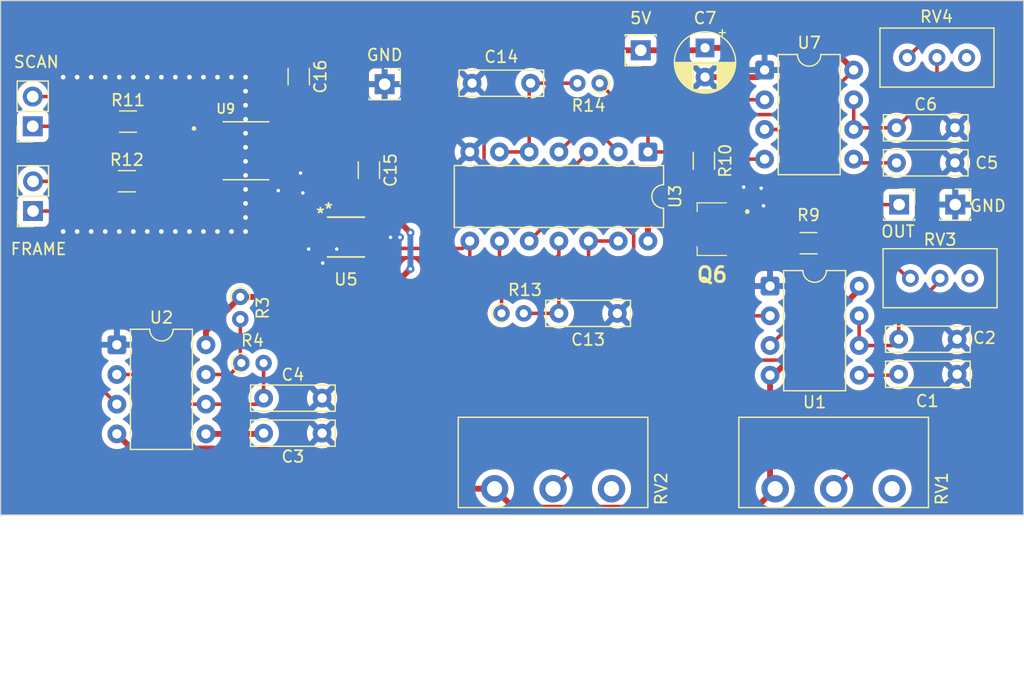
<source format=kicad_pcb>
(kicad_pcb (version 20241229) (generator "pcbnew") (generator_version "9.0")
  (layers (0 "F.Cu" signal) (2 "B.Cu" signal) (13 "F.Paste" user) (15 "B.Paste" user) (5 "F.SilkS" user "F.Silkscreen") (7 "B.SilkS" user "B.Silkscreen") (1 "F.Mask" user) (3 "B.Mask" user) (25 "Edge.Cuts" user))
  (net 0 "")
  (net 1 "Net-(U1-CV)")
  (net 2 "GND")
  (net 3 "Net-(U1-DIS)")
  (net 4 "Net-(U2-CV)")
  (net 5 "Net-(U2-THR)")
  (net 6 "Net-(U7-CV)")
  (net 7 "Net-(U7-DIS)")
  (net 8 "+5V")
  (net 9 "Net-(C13-Pad2)")
  (net 10 "Net-(C14-Pad2)")
  (net 11 "/LED+")
  (net 12 "/LED-")
  (net 13 "/SCAN-")
  (net 14 "/SCAN+")
  (net 15 "Net-(U2-DIS)")
  (net 16 "MONO")
  (net 17 "Net-(U9-IN1+)")
  (net 18 "Net-(U9-IN2+)")
  (net 19 "DELAY")
  (net 21 "Net-(RV1-Pad2)")
  (net 22 "Net-(RV2-Pad2)")
  (net 26 "Net-(U1-TR)")
  (net 27 "LO")
  (net 28 "Net-(U3-Pad2)")
  (net 29 "Net-(U3-Pad11)")
  (net 30 "Net-(U7-TR)")
  (net 31 "LED_ON")
  (net 32 "SCAN")
  (net 33 "Net-(Q6-G)")
  (net 34 "NDELAY")
  (net 35 "Net-(U5-Y)")
  (footprint "SN74LVC2G157DCTR:DCT8" (layer "F.Cu") (at 115.790652 97.474999)
    (property "Reference" "U5" (at 0 3.625001 0) (layer "F.SilkS"))
    (property "Value" "74LVC2G157")
    (fp_text user "*" (at -1.490652 -2.374999 0) (layer "F.SilkS"))
    (fp_text user "*" (at -2.190652 -1.974999 0) (layer "F.SilkS"))
    (pad "1" smd rect (at -1.959348 -0.974999) (size 1.023099 0.3548) (layers "F.Cu" "F.Mask" "F.Paste") (net 31 "LED_ON"))
    (pad "2" smd rect (at -1.959348 -0.325001) (size 1.023099 0.3548) (layers "F.Cu" "F.Mask" "F.Paste") (net 27 "LO"))
    (pad "3" smd rect (at -1.959348 0.325001) (size 1.023099 0.3548) (layers "F.Cu" "F.Mask" "F.Paste"))
    (pad "4" smd rect (at -1.959348 0.974999) (size 1.023099 0.3548) (layers "F.Cu" "F.Mask" "F.Paste") (net 2 "GND"))
    (pad "5" smd rect (at 1.959348 0.974999) (size 1.023099 0.3548) (layers "F.Cu" "F.Mask" "F.Paste") (net 35 "Net-(U5-Y)"))
    (pad "6" smd rect (at 1.959348 0.325001) (size 1.023099 0.3548) (layers "F.Cu" "F.Mask" "F.Paste") (net 32 "SCAN"))
    (pad "7" smd rect (at 1.959348 -0.325001) (size 1.023099 0.3548) (layers "F.Cu" "F.Mask" "F.Paste") (net 2 "GND"))
    (pad "8" smd rect (at 1.959348 -0.974999) (size 1.023099 0.3548) (layers "F.Cu" "F.Mask" "F.Paste") (net 8 "+5V"))
  )
  (footprint "Capacitor_THT:C_Rect_L7.0mm_W2.0mm_P5.00mm" (layer "F.Cu") (at 167.875 91.13 180)
    (property "Reference" "C5" (at -2.72 0 0) (layer "F.SilkS"))
    (property "Value" "10n")
    (pad "1" thru_hole circle (at 0 0 180) (size 1.6 1.6) (drill 0.8) (layers "*.Cu" "*.Mask") (net 2 "GND"))
    (pad "2" thru_hole circle (at 5 0 180) (size 1.6 1.6) (drill 0.8) (layers "*.Cu" "*.Mask") (net 6 "Net-(U7-CV)"))
  )
  (footprint "Resistor_THT:R_Axial_DIN0204_L3.6mm_D1.6mm_P1.90mm_Vertical" (layer "F.Cu") (at 106.75 102.595 -90)
    (property "Reference" "R3" (at 0.95 -1.92 90) (layer "F.SilkS"))
    (property "Value" "8k")
    (pad "1" thru_hole circle (at 0 0 270) (size 1.4 1.4) (drill 0.7) (layers "*.Cu" "*.Mask") (net 8 "+5V"))
    (pad "2" thru_hole oval (at 1.9 0 270) (size 1.4 1.4) (drill 0.7) (layers "*.Cu" "*.Mask") (net 15 "Net-(U2-DIS)"))
  )
  (footprint "Connector_PinSocket_2.54mm:PinSocket_1x01_P2.54mm_Vertical" (layer "F.Cu") (at 167.9 94.7)
    (property "Reference" "GND" (at 2.8 0.1 0) (layer "F.SilkS"))
    (property "Value" "OUT")
    (pad "1" thru_hole rect (at 0 0) (size 1.7 1.7) (drill 1) (layers "*.Cu" "*.Mask") (net 2 "GND"))
  )
  (footprint "Capacitor_THT:C_Rect_L7.0mm_W2.0mm_P5.00mm" (layer "F.Cu") (at 162.875 88.13)
    (property "Reference" "C6" (at 2.5 -2 0) (layer "F.SilkS"))
    (property "Value" "500p")
    (pad "1" thru_hole circle (at 0 0) (size 1.6 1.6) (drill 0.8) (layers "*.Cu" "*.Mask") (net 7 "Net-(U7-DIS)"))
    (pad "2" thru_hole circle (at 5 0) (size 1.6 1.6) (drill 0.8) (layers "*.Cu" "*.Mask") (net 2 "GND"))
  )
  (footprint "Connector_PinSocket_2.54mm:PinSocket_1x01_P2.54mm_Vertical" (layer "F.Cu") (at 141 81.5 180)
    (property "Reference" "5V" (at 0 2.75 0) (layer "F.SilkS"))
    (property "Value" "+5V")
    (pad "1" thru_hole rect (at 0 0 180) (size 1.7 1.7) (drill 1) (layers "*.Cu" "*.Mask") (net 8 "+5V"))
  )
  (footprint "Capacitor_THT:C_Rect_L7.0mm_W2.0mm_P5.00mm" (layer "F.Cu") (at 168.06 109.21 180)
    (property "Reference" "C1" (at 2.56 -2.29 0) (layer "F.SilkS"))
    (property "Value" "10n")
    (pad "1" thru_hole circle (at 0 0 180) (size 1.6 1.6) (drill 0.8) (layers "*.Cu" "*.Mask") (net 2 "GND"))
    (pad "2" thru_hole circle (at 5 0 180) (size 1.6 1.6) (drill 0.8) (layers "*.Cu" "*.Mask") (net 1 "Net-(U1-CV)"))
  )
  (footprint "Package_DIP:DIP-14_W7.62mm" (layer "F.Cu") (at 141.62 90.195 -90)
    (property "Reference" "U3" (at 3.81 -2.33 90) (layer "F.SilkS"))
    (property "Value" "4011")
    (pad "1" thru_hole roundrect (at 0 0 270) (size 1.6 1.6) (drill 0.8) (layers "*.Cu" "*.Mask") (roundrect_rratio 0.15625) (net 34 "NDELAY"))
    (pad "2" thru_hole circle (at 0 2.54 270) (size 1.6 1.6) (drill 0.8) (layers "*.Cu" "*.Mask") (net 28 "Net-(U3-Pad2)"))
    (pad "3" thru_hole circle (at 0 5.08 270) (size 1.6 1.6) (drill 0.8) (layers "*.Cu" "*.Mask") (net 30 "Net-(U7-TR)"))
    (pad "4" thru_hole circle (at 0 7.62 270) (size 1.6 1.6) (drill 0.8) (layers "*.Cu" "*.Mask") (net 28 "Net-(U3-Pad2)"))
    (pad "5" thru_hole circle (at 0 10.16 270) (size 1.6 1.6) (drill 0.8) (layers "*.Cu" "*.Mask") (net 10 "Net-(C14-Pad2)"))
    (pad "6" thru_hole circle (at 0 12.7 270) (size 1.6 1.6) (drill 0.8) (layers "*.Cu" "*.Mask") (net 10 "Net-(C14-Pad2)"))
    (pad "7" thru_hole circle (at 0 15.24 270) (size 1.6 1.6) (drill 0.8) (layers "*.Cu" "*.Mask") (net 2 "GND"))
    (pad "8" thru_hole circle (at 7.62 15.24 270) (size 1.6 1.6) (drill 0.8) (layers "*.Cu" "*.Mask") (net 35 "Net-(U5-Y)"))
    (pad "9" thru_hole circle (at 7.62 12.7 270) (size 1.6 1.6) (drill 0.8) (layers "*.Cu" "*.Mask") (net 29 "Net-(U3-Pad11)"))
    (pad "10" thru_hole circle (at 7.62 10.16 270) (size 1.6 1.6) (drill 0.8) (layers "*.Cu" "*.Mask") (net 26 "Net-(U1-TR)"))
    (pad "11" thru_hole circle (at 7.62 7.62 270) (size 1.6 1.6) (drill 0.8) (layers "*.Cu" "*.Mask") (net 29 "Net-(U3-Pad11)"))
    (pad "12" thru_hole circle (at 7.62 5.08 270) (size 1.6 1.6) (drill 0.8) (layers "*.Cu" "*.Mask") (net 9 "Net-(C13-Pad2)"))
    (pad "13" thru_hole circle (at 7.62 2.54 270) (size 1.6 1.6) (drill 0.8) (layers "*.Cu" "*.Mask") (net 9 "Net-(C13-Pad2)"))
    (pad "14" thru_hole circle (at 7.62 0 270) (size 1.6 1.6) (drill 0.8) (layers "*.Cu" "*.Mask") (net 8 "+5V"))
  )
  (footprint "Resistor_SMD:R_1206_3216Metric_Pad1.30x1.75mm_HandSolder" (layer "F.Cu") (at 155.35 98 180)
    (property "Reference" "R9" (at 0 2.4 0) (layer "F.SilkS"))
    (property "Value" "100")
    (pad "1" smd roundrect (at -1.55 0 180) (size 1.3 1.75) (layers "F.Cu" "F.Mask" "F.Paste") (roundrect_rratio 0.192308) (net 19 "DELAY"))
    (pad "2" smd roundrect (at 1.55 0 180) (size 1.3 1.75) (layers "F.Cu" "F.Mask" "F.Paste") (roundrect_rratio 0.192308) (net 33 "Net-(Q6-G)"))
  )
  (footprint "Capacitor_THT:C_Rect_L7.0mm_W2.0mm_P5.00mm" (layer "F.Cu") (at 163.06 106.21)
    (property "Reference" "C2" (at 7.34 -0.11 0) (layer "F.SilkS"))
    (property "Value" "500p")
    (pad "1" thru_hole circle (at 0 0) (size 1.6 1.6) (drill 0.8) (layers "*.Cu" "*.Mask") (net 3 "Net-(U1-DIS)"))
    (pad "2" thru_hole circle (at 5 0) (size 1.6 1.6) (drill 0.8) (layers "*.Cu" "*.Mask") (net 2 "GND"))
  )
  (footprint "Resistor_THT:R_Axial_DIN0204_L3.6mm_D1.6mm_P1.90mm_Vertical" (layer "F.Cu") (at 106.845 108.25)
    (property "Reference" "R4" (at 0.95 -1.92 0) (layer "F.SilkS"))
    (property "Value" "470")
    (pad "1" thru_hole circle (at 0 0) (size 1.4 1.4) (drill 0.7) (layers "*.Cu" "*.Mask") (net 15 "Net-(U2-DIS)"))
    (pad "2" thru_hole oval (at 1.9 0) (size 1.4 1.4) (drill 0.7) (layers "*.Cu" "*.Mask") (net 5 "Net-(U2-THR)"))
  )
  (footprint "Resistor_SMD:R_1206_3216Metric_Pad1.30x1.75mm_HandSolder" (layer "F.Cu") (at 97.15 87.6)
    (property "Reference" "R11" (at 0 -1.83 0) (layer "F.SilkS"))
    (property "Value" "470")
    (pad "1" smd roundrect (at -1.55 0) (size 1.3 1.75) (layers "F.Cu" "F.Mask" "F.Paste") (roundrect_rratio 0.192308) (net 11 "/LED+"))
    (pad "2" smd roundrect (at 1.55 0) (size 1.3 1.75) (layers "F.Cu" "F.Mask" "F.Paste") (roundrect_rratio 0.192308) (net 17 "Net-(U9-IN1+)"))
  )
  (footprint "Connector_PinSocket_2.54mm:PinSocket_1x01_P2.54mm_Vertical" (layer "F.Cu") (at 119.1 84.4)
    (property "Reference" "GND" (at 0 -2.5 0) (layer "F.SilkS"))
    (property "Value" "GND")
    (pad "1" thru_hole rect (at 0 0) (size 1.7 1.7) (drill 1) (layers "*.Cu" "*.Mask") (net 2 "GND"))
  )
  (footprint "Capacitor_THT:C_Rect_L7.0mm_W2.0mm_P5.00mm" (layer "F.Cu") (at 126.58 84.315)
    (property "Reference" "C14" (at 2.5 -2.25 0) (layer "F.SilkS"))
    (property "Value" "25p")
    (pad "1" thru_hole circle (at 0 0) (size 1.6 1.6) (drill 0.8) (layers "*.Cu" "*.Mask") (net 2 "GND"))
    (pad "2" thru_hole circle (at 5 0) (size 1.6 1.6) (drill 0.8) (layers "*.Cu" "*.Mask") (net 10 "Net-(C14-Pad2)"))
  )
  (footprint "Resistor_SMD:R_1206_3216Metric_Pad1.30x1.75mm_HandSolder" (layer "F.Cu") (at 146.4 90.95 -90)
    (property "Reference" "R10" (at 0 -1.83 90) (layer "F.SilkS"))
    (property "Value" "1k")
    (pad "1" smd roundrect (at -1.55 0 270) (size 1.3 1.75) (layers "F.Cu" "F.Mask" "F.Paste") (roundrect_rratio 0.192308) (net 8 "+5V"))
    (pad "2" smd roundrect (at 1.55 0 270) (size 1.3 1.75) (layers "F.Cu" "F.Mask" "F.Paste") (roundrect_rratio 0.192308) (net 34 "NDELAY"))
  )
  (footprint "Capacitor_THT:CP_Radial_D5.0mm_P2.50mm" (layer "F.Cu") (at 146.5 81.294888 -90)
    (property "Reference" "C7" (at -2.544888 0 180) (layer "F.SilkS"))
    (property "Value" "4.7u")
    (pad "1" thru_hole rect (at 0 0 270) (size 1.6 1.6) (drill 0.8) (layers "*.Cu" "*.Mask") (net 8 "+5V"))
    (pad "2" thru_hole circle (at 2.5 0 270) (size 1.6 1.6) (drill 0.8) (layers "*.Cu" "*.Mask") (net 2 "GND"))
  )
  (footprint "Package_DIP:DIP-8_W7.62mm" (layer "F.Cu") (at 96.195 106.69)
    (property "Reference" "U2" (at 3.81 -2.33 0) (layer "F.SilkS"))
    (property "Value" "TLC555xP")
    (pad "1" thru_hole roundrect (at 0 0) (size 1.6 1.6) (drill 0.8) (layers "*.Cu" "*.Mask") (roundrect_rratio 0.15625) (net 2 "GND"))
    (pad "2" thru_hole circle (at 0 2.54) (size 1.6 1.6) (drill 0.8) (layers "*.Cu" "*.Mask") (net 5 "Net-(U2-THR)"))
    (pad "3" thru_hole circle (at 0 5.08) (size 1.6 1.6) (drill 0.8) (layers "*.Cu" "*.Mask") (net 27 "LO"))
    (pad "4" thru_hole circle (at 0 7.62) (size 1.6 1.6) (drill 0.8) (layers "*.Cu" "*.Mask") (net 8 "+5V"))
    (pad "5" thru_hole circle (at 7.62 7.62) (size 1.6 1.6) (drill 0.8) (layers "*.Cu" "*.Mask") (net 4 "Net-(U2-CV)"))
    (pad "6" thru_hole circle (at 7.62 5.08) (size 1.6 1.6) (drill 0.8) (layers "*.Cu" "*.Mask") (net 5 "Net-(U2-THR)"))
    (pad "7" thru_hole circle (at 7.62 2.54) (size 1.6 1.6) (drill 0.8) (layers "*.Cu" "*.Mask") (net 15 "Net-(U2-DIS)"))
    (pad "8" thru_hole circle (at 7.62 0) (size 1.6 1.6) (drill 0.8) (layers "*.Cu" "*.Mask") (net 8 "+5V"))
  )
  (footprint "BSS87_115:BSS87115" (layer "F.Cu") (at 147.513 96.8 90)
    (property "Reference" "Q6" (at -3.9 -0.413 180) (layer "F.SilkS") (effects (font (size 1.27 1.27) (thickness 0.254))))
    (property "Value" "BSS87,115" (hide yes))
    (pad "1" smd rect (at 1.5 1.737 90) (size 0.7 1.1) (layers "F.Cu" "F.Mask" "F.Paste") (net 2 "GND"))
    (pad "2" smd rect (at 0 1.387 90) (size 0.7 1.8) (layers "F.Cu" "F.Mask" "F.Paste") (net 34 "NDELAY"))
    (pad "3" smd rect (at -1.5 1.737 90) (size 0.7 1.1) (layers "F.Cu" "F.Mask" "F.Paste") (net 33 "Net-(Q6-G)"))
    (pad "4" smd rect (at 0 -0.913 90) (size 1.9 2.8) (layers "F.Cu" "F.Mask" "F.Paste") (net 34 "NDELAY"))
  )
  (footprint "Resistor_THT:R_Axial_DIN0204_L3.6mm_D1.6mm_P1.90mm_Vertical" (layer "F.Cu") (at 137.485 84.315 180)
    (property "Reference" "R14" (at 0.95 -1.92 0) (layer "F.SilkS"))
    (property "Value" "680")
    (pad "1" thru_hole circle (at 0 0 180) (size 1.4 1.4) (drill 0.7) (layers "*.Cu" "*.Mask") (net 34 "NDELAY"))
    (pad "2" thru_hole oval (at 1.9 0 180) (size 1.4 1.4) (drill 0.7) (layers "*.Cu" "*.Mask") (net 10 "Net-(C14-Pad2)"))
  )
  (footprint "Capacitor_THT:C_Rect_L7.0mm_W2.0mm_P5.00mm" (layer "F.Cu") (at 113.75 114.25 180)
    (property "Reference" "C3" (at 2.5 -2 0) (layer "F.SilkS"))
    (property "Value" "10n")
    (pad "1" thru_hole circle (at 0 0 180) (size 1.6 1.6) (drill 0.8) (layers "*.Cu" "*.Mask") (net 2 "GND"))
    (pad "2" thru_hole circle (at 5 0 180) (size 1.6 1.6) (drill 0.8) (layers "*.Cu" "*.Mask") (net 4 "Net-(U2-CV)"))
  )
  (footprint "Capacitor_SMD:C_1206_3216Metric_Pad1.33x1.80mm_HandSolder" (layer "F.Cu") (at 111.75 83.75 -90)
    (property "Reference" "C16" (at 0 -1.85 90) (layer "F.SilkS"))
    (property "Value" "47n")
    (pad "1" smd roundrect (at -1.5625 0 270) (size 1.325 1.8) (layers "F.Cu" "F.Mask" "F.Paste") (roundrect_rratio 0.188679) (net 2 "GND"))
    (pad "2" smd roundrect (at 1.5625 0 270) (size 1.325 1.8) (layers "F.Cu" "F.Mask" "F.Paste") (roundrect_rratio 0.188679) (net 8 "+5V"))
  )
  (footprint "Resistor_THT:R_Axial_DIN0204_L3.6mm_D1.6mm_P1.90mm_Vertical" (layer "F.Cu") (at 129.095 104)
    (property "Reference" "R13" (at 2.005 -2 0) (layer "F.SilkS"))
    (property "Value" "680")
    (pad "1" thru_hole circle (at 0 0) (size 1.4 1.4) (drill 0.7) (layers "*.Cu" "*.Mask") (net 35 "Net-(U5-Y)"))
    (pad "2" thru_hole oval (at 1.9 0) (size 1.4 1.4) (drill 0.7) (layers "*.Cu" "*.Mask") (net 9 "Net-(C13-Pad2)"))
  )
  (footprint "Potentiometer_THT:Potentiometer_Piher_T-16H_Single_Horizontal" (layer "F.Cu") (at 128.5 119 -90)
    (property "Reference" "RV2" (at 0 -14.25 90) (layer "F.SilkS"))
    (property "Value" "10k")
    (pad "1" thru_hole circle (at 0 0 270) (size 2.34 2.34) (drill 1.3) (layers "*.Cu" "*.Mask") (net 8 "+5V"))
    (pad "2" thru_hole circle (at 0 -5 270) (size 2.34 2.34) (drill 1.3) (layers "*.Cu" "*.Mask") (net 22 "Net-(RV2-Pad2)"))
    (pad "3" thru_hole circle (at 0 -10 270) (size 2.34 2.34) (drill 1.3) (layers "*.Cu" "*.Mask"))
  )
  (footprint "Package_DIP:DIP-8_W7.62mm" (layer "F.Cu") (at 152.06 101.67)
    (property "Reference" "U1" (at 3.81 9.93 0) (layer "F.SilkS"))
    (property "Value" "TLC555xP")
    (pad "1" thru_hole roundrect (at 0 0) (size 1.6 1.6) (drill 0.8) (layers "*.Cu" "*.Mask") (roundrect_rratio 0.15625) (net 2 "GND"))
    (pad "2" thru_hole circle (at 0 2.54) (size 1.6 1.6) (drill 0.8) (layers "*.Cu" "*.Mask") (net 26 "Net-(U1-TR)"))
    (pad "3" thru_hole circle (at 0 5.08) (size 1.6 1.6) (drill 0.8) (layers "*.Cu" "*.Mask") (net 19 "DELAY"))
    (pad "4" thru_hole circle (at 0 7.62) (size 1.6 1.6) (drill 0.8) (layers "*.Cu" "*.Mask") (net 8 "+5V"))
    (pad "5" thru_hole circle (at 7.62 7.62) (size 1.6 1.6) (drill 0.8) (layers "*.Cu" "*.Mask") (net 1 "Net-(U1-CV)"))
    (pad "6" thru_hole circle (at 7.62 5.08) (size 1.6 1.6) (drill 0.8) (layers "*.Cu" "*.Mask") (net 3 "Net-(U1-DIS)"))
    (pad "7" thru_hole circle (at 7.62 2.54) (size 1.6 1.6) (drill 0.8) (layers "*.Cu" "*.Mask") (net 3 "Net-(U1-DIS)"))
    (pad "8" thru_hole circle (at 7.62 0) (size 1.6 1.6) (drill 0.8) (layers "*.Cu" "*.Mask") (net 8 "+5V"))
  )
  (footprint "Potentiometer_THT:Potentiometer_Piher_T-16H_Single_Horizontal" (layer "F.Cu") (at 152.5 119 -90)
    (property "Reference" "RV1" (at 0 -14.25 90) (layer "F.SilkS"))
    (property "Value" "10k")
    (pad "1" thru_hole circle (at 0 0 270) (size 2.34 2.34) (drill 1.3) (layers "*.Cu" "*.Mask") (net 8 "+5V"))
    (pad "2" thru_hole circle (at 0 -5 270) (size 2.34 2.34) (drill 1.3) (layers "*.Cu" "*.Mask") (net 21 "Net-(RV1-Pad2)"))
    (pad "3" thru_hole circle (at 0 -10 270) (size 2.34 2.34) (drill 1.3) (layers "*.Cu" "*.Mask"))
  )
  (footprint "Resistor_SMD:R_1206_3216Metric_Pad1.30x1.75mm_HandSolder" (layer "F.Cu") (at 97.05 92.7)
    (property "Reference" "R12" (at 0 -1.83 0) (layer "F.SilkS"))
    (property "Value" "470")
    (pad "1" smd roundrect (at -1.55 0) (size 1.3 1.75) (layers "F.Cu" "F.Mask" "F.Paste") (roundrect_rratio 0.192308) (net 14 "/SCAN+"))
    (pad "2" smd roundrect (at 1.55 0) (size 1.3 1.75) (layers "F.Cu" "F.Mask" "F.Paste") (roundrect_rratio 0.192308) (net 18 "Net-(U9-IN2+)"))
  )
  (footprint "IL611-3E:NVE_IL611-3E" (layer "F.Cu") (at 107.24 90.095)
    (property "Reference" "U9" (at -1.74 -3.595 0) (layer "F.SilkS") (effects (font (size 0.8 0.8))))
    (property "Value" "IL611-3E")
    (pad "1" smd roundrect (at -2.76 -1.905) (size 1.47 0.51) (layers "F.Cu" "F.Mask" "F.Paste") (roundrect_rratio 0.125) (net 17 "Net-(U9-IN1+)"))
    (pad "2" smd roundrect (at -2.76 -0.635) (size 1.47 0.51) (layers "F.Cu" "F.Mask" "F.Paste") (roundrect_rratio 0.125) (net 12 "/LED-"))
    (pad "3" smd roundrect (at -2.76 0.635) (size 1.47 0.51) (layers "F.Cu" "F.Mask" "F.Paste") (roundrect_rratio 0.125) (net 18 "Net-(U9-IN2+)"))
    (pad "4" smd roundrect (at -2.76 1.905) (size 1.47 0.51) (layers "F.Cu" "F.Mask" "F.Paste") (roundrect_rratio 0.125) (net 13 "/SCAN-"))
    (pad "5" smd roundrect (at 2.76 1.905) (size 1.47 0.51) (layers "F.Cu" "F.Mask" "F.Paste") (roundrect_rratio 0.125) (net 2 "GND"))
    (pad "6" smd roundrect (at 2.76 0.635) (size 1.47 0.51) (layers "F.Cu" "F.Mask" "F.Paste") (roundrect_rratio 0.125) (net 32 "SCAN"))
    (pad "7" smd roundrect (at 2.76 -0.635) (size 1.47 0.51) (layers "F.Cu" "F.Mask" "F.Paste") (roundrect_rratio 0.125) (net 31 "LED_ON"))
    (pad "8" smd roundrect (at 2.76 -1.905) (size 1.47 0.51) (layers "F.Cu" "F.Mask" "F.Paste") (roundrect_rratio 0.125) (net 8 "+5V"))
  )
  (footprint "Connector_PinSocket_2.54mm:PinSocket_1x01_P2.54mm_Vertical" (layer "F.Cu") (at 163.1 94.7)
    (property "Reference" "OUT" (at -0.1 2.3 0) (layer "F.SilkS"))
    (property "Value" "OUT")
    (pad "1" thru_hole rect (at 0 0) (size 1.7 1.7) (drill 1) (layers "*.Cu" "*.Mask") (net 16 "MONO"))
  )
  (footprint "Capacitor_THT:C_Rect_L7.0mm_W2.0mm_P5.00mm" (layer "F.Cu") (at 108.75 111.25)
    (property "Reference" "C4" (at 2.5 -2 0) (layer "F.SilkS"))
    (property "Value" "10n")
    (pad "1" thru_hole circle (at 0 0) (size 1.6 1.6) (drill 0.8) (layers "*.Cu" "*.Mask") (net 5 "Net-(U2-THR)"))
    (pad "2" thru_hole circle (at 5 0) (size 1.6 1.6) (drill 0.8) (layers "*.Cu" "*.Mask") (net 2 "GND"))
  )
  (footprint "Capacitor_THT:C_Rect_L7.0mm_W2.0mm_P5.00mm" (layer "F.Cu") (at 139 104 180)
    (property "Reference" "C13" (at 2.5 -2.25 0) (layer "F.SilkS"))
    (property "Value" "25p")
    (pad "1" thru_hole circle (at 0 0 180) (size 1.6 1.6) (drill 0.8) (layers "*.Cu" "*.Mask") (net 2 "GND"))
    (pad "2" thru_hole circle (at 5 0 180) (size 1.6 1.6) (drill 0.8) (layers "*.Cu" "*.Mask") (net 9 "Net-(C13-Pad2)"))
  )
  (footprint "Potentiometer_THT:Potentiometer_Bourns_3296W_Vertical" (layer "F.Cu") (at 164.06 101 180)
    (property "Reference" "RV3" (at -2.54 3.3 0) (layer "F.SilkS"))
    (property "Value" "10k")
    (pad "1" thru_hole circle (at 0 0 180) (size 1.44 1.44) (drill 0.8) (layers "*.Cu" "*.Mask") (net 22 "Net-(RV2-Pad2)"))
    (pad "2" thru_hole circle (at -2.54 0 180) (size 1.44 1.44) (drill 0.8) (layers "*.Cu" "*.Mask") (net 3 "Net-(U1-DIS)"))
    (pad "3" thru_hole circle (at -5.08 0 180) (size 1.44 1.44) (drill 0.8) (layers "*.Cu" "*.Mask"))
  )
  (footprint "Connector_PinSocket_2.54mm:PinSocket_1x02_P2.54mm_Vertical" (layer "F.Cu") (at 89 88 180)
    (property "Reference" "SCAN" (at -0.3 5.5 0) (layer "F.SilkS"))
    (property "Value" "LED")
    (pad "1" thru_hole rect (at 0 0 180) (size 1.7 1.7) (drill 1) (layers "*.Cu" "*.Mask") (net 12 "/LED-"))
    (pad "2" thru_hole circle (at 0 2.54 180) (size 1.7 1.7) (drill 1) (layers "*.Cu" "*.Mask") (net 11 "/LED+"))
  )
  (footprint "Capacitor_SMD:C_1206_3216Metric_Pad1.33x1.80mm_HandSolder" (layer "F.Cu") (at 117.75 91.75 -90)
    (property "Reference" "C15" (at 0 -1.85 90) (layer "F.SilkS"))
    (property "Value" "47n")
    (pad "1" smd roundrect (at -1.5625 0 270) (size 1.325 1.8) (layers "F.Cu" "F.Mask" "F.Paste") (roundrect_rratio 0.188679) (net 2 "GND"))
    (pad "2" smd roundrect (at 1.5625 0 270) (size 1.325 1.8) (layers "F.Cu" "F.Mask" "F.Paste") (roundrect_rratio 0.188679) (net 8 "+5V"))
  )
  (footprint "Package_DIP:DIP-8_W7.62mm" (layer "F.Cu") (at 151.595 83.19)
    (property "Reference" "U7" (at 3.81 -2.33 0) (layer "F.SilkS"))
    (property "Value" "TLC555xP")
    (pad "1" thru_hole roundrect (at 0 0) (size 1.6 1.6) (drill 0.8) (layers "*.Cu" "*.Mask") (roundrect_rratio 0.15625) (net 2 "GND"))
    (pad "2" thru_hole circle (at 0 2.54) (size 1.6 1.6) (drill 0.8) (layers "*.Cu" "*.Mask") (net 30 "Net-(U7-TR)"))
    (pad "3" thru_hole circle (at 0 5.08) (size 1.6 1.6) (drill 0.8) (layers "*.Cu" "*.Mask") (net 16 "MONO"))
    (pad "4" thru_hole circle (at 0 7.62) (size 1.6 1.6) (drill 0.8) (layers "*.Cu" "*.Mask") (net 8 "+5V"))
    (pad "5" thru_hole circle (at 7.62 7.62) (size 1.6 1.6) (drill 0.8) (layers "*.Cu" "*.Mask") (net 6 "Net-(U7-CV)"))
    (pad "6" thru_hole circle (at 7.62 5.08) (size 1.6 1.6) (drill 0.8) (layers "*.Cu" "*.Mask") (net 7 "Net-(U7-DIS)"))
    (pad "7" thru_hole circle (at 7.62 2.54) (size 1.6 1.6) (drill 0.8) (layers "*.Cu" "*.Mask") (net 7 "Net-(U7-DIS)"))
    (pad "8" thru_hole circle (at 7.62 0) (size 1.6 1.6) (drill 0.8) (layers "*.Cu" "*.Mask") (net 8 "+5V"))
  )
  (footprint "Connector_PinSocket_2.54mm:PinSocket_1x02_P2.54mm_Vertical" (layer "F.Cu") (at 89.025 95.25 180)
    (property "Reference" "FRAME" (at -0.475 -3.25 0) (layer "F.SilkS"))
    (property "Value" "SCAN")
    (pad "1" thru_hole rect (at 0 0 180) (size 1.7 1.7) (drill 1) (layers "*.Cu" "*.Mask") (net 13 "/SCAN-"))
    (pad "2" thru_hole circle (at 0 2.54 180) (size 1.7 1.7) (drill 1) (layers "*.Cu" "*.Mask") (net 14 "/SCAN+"))
  )
  (footprint "Potentiometer_THT:Potentiometer_Bourns_3296W_Vertical" (layer "F.Cu") (at 163.795 82.13 180)
    (property "Reference" "RV4" (at -2.5 3.5 0) (layer "F.SilkS"))
    (property "Value" "10k")
    (pad "1" thru_hole circle (at 0 0 180) (size 1.44 1.44) (drill 0.8) (layers "*.Cu" "*.Mask") (net 21 "Net-(RV1-Pad2)"))
    (pad "2" thru_hole circle (at -2.54 0 180) (size 1.44 1.44) (drill 0.8) (layers "*.Cu" "*.Mask") (net 7 "Net-(U7-DIS)"))
    (pad "3" thru_hole circle (at -5.08 0 180) (size 1.44 1.44) (drill 0.8) (layers "*.Cu" "*.Mask"))
  )
  (gr_rect (start 86.25 77.25) (end 173.75 121.25) (stroke (width 0.1)) (fill no) (layer "Edge.Cuts"))
  (segment (start 159.68 109.29) (end 162.98 109.29) (width 0.3) (layer "F.Cu") (net 1))
  (segment (start 162.98 109.29) (end 163.06 109.21) (width 0.3) (layer "F.Cu") (net 1))
  (segment (start 113.831304 99.668696) (end 113.8 99.7) (width 0.3) (layer "F.Cu") (net 2))
  (segment (start 112.650002 98.449998) (end 112.6 98.5) (width 0.3) (layer "F.Cu") (net 2))
  (segment (start 113.831304 98.449998) (end 114.949998 98.449998) (width 0.3) (layer "F.Cu") (net 2))
  (segment (start 119.249998 97.149998) (end 117.75 97.149998) (width 0.3) (layer "F.Cu") (net 2))
  (segment (start 146.5 83.794888) (end 150.990112 83.794888) (width 0.5) (layer "F.Cu") (net 2))
  (segment (start 119.6 97.5) (end 119.249998 97.149998) (width 0.3) (layer "F.Cu") (net 2))
  (segment (start 113.831304 98.449998) (end 113.831304 99.668696) (width 0.3) (layer "F.Cu") (net 2))
  (segment (start 114.949998 98.449998) (end 115 98.5) (width 0.3) (layer "F.Cu") (net 2))
  (segment (start 112.650002 98.449998) (end 113.831304 98.449998) (width 0.3) (layer "F.Cu") (net 2))
  (segment (start 150.990112 83.794888) (end 151.595 83.19) (width 0.5) (layer "F.Cu") (net 2))
  (via (at 91.6 83.8) (size 0.8) (drill 0.4) (layers "F.Cu" "B.Cu") (net 2))
  (via (at 107.2 93.4) (size 0.8) (drill 0.4) (layers "F.Cu" "B.Cu") (net 2))
  (via (at 112.6 98.5) (size 0.7) (drill 0.3) (layers "F.Cu" "B.Cu") (net 2))
  (via (at 120.4 97.5) (size 0.7) (drill 0.3) (layers "F.Cu" "B.Cu") (net 2))
  (via (at 97.6 83.8) (size 0.8) (drill 0.4) (layers "F.Cu" "B.Cu") (net 2))
  (via (at 92.8 97) (size 0.8) (drill 0.4) (layers "F.Cu" "B.Cu") (net 2))
  (via (at 100 97) (size 0.8) (drill 0.4) (layers "F.Cu" "B.Cu") (net 2))
  (via (at 96.4 97) (size 0.8) (drill 0.4) (layers "F.Cu" "B.Cu") (net 2))
  (via (at 104.8 83.8) (size 0.8) (drill 0.4) (layers "F.Cu" "B.Cu") (net 2))
  (via (at 107.2 97) (size 0.8) (drill 0.4) (layers "F.Cu" "B.Cu") (net 2))
  (via (at 115 98.5) (size 0.7) (drill 0.3) (layers "F.Cu" "B.Cu") (net 2))
  (via (at 102.4 97) (size 0.8) (drill 0.4) (layers "F.Cu" "B.Cu") (net 2))
  (via (at 94 97) (size 0.8) (drill 0.4) (layers "F.Cu" "B.Cu") (net 2))
  (via (at 96.4 83.8) (size 0.8) (drill 0.4) (layers "F.Cu" "B.Cu") (net 2))
  (via (at 101.2 83.8) (size 0.8) (drill 0.4) (layers "F.Cu" "B.Cu") (net 2))
  (via (at 107.2 91) (size 0.8) (drill 0.4) (layers "F.Cu" "B.Cu") (net 2))
  (via (at 97.6 97) (size 0.8) (drill 0.4) (layers "F.Cu" "B.Cu") (net 2))
  (via (at 103.6 83.8) (size 0.8) (drill 0.4) (layers "F.Cu" "B.Cu") (net 2))
  (via (at 98.8 83.8) (size 0.8) (drill 0.4) (layers "F.Cu" "B.Cu") (net 2))
  (via (at 95.2 83.8) (size 0.8) (drill 0.4) (layers "F.Cu" "B.Cu") (net 2))
  (via (at 106 83.8) (size 0.8) (drill 0.4) (layers "F.Cu" "B.Cu") (net 2))
  (via (at 103.6 97) (size 0.8) (drill 0.4) (layers "F.Cu" "B.Cu") (net 2))
  (via (at 107.2 94.6) (size 0.8) (drill 0.4) (layers "F.Cu" "B.Cu") (net 2))
  (via (at 112.1 93.7) (size 0.7) (drill 0.3) (layers "F.Cu" "B.Cu") (net 2))
  (via (at 107.2 92.2) (size 0.8) (drill 0.4) (layers "F.Cu" "B.Cu") (net 2))
  (via (at 91.6 97) (size 0.8) (drill 0.4) (layers "F.Cu" "B.Cu") (net 2))
  (via (at 107.2 88.6) (size 0.8) (drill 0.4) (layers "F.Cu" "B.Cu") (net 2))
  (via (at 104.8 97) (size 0.8) (drill 0.4) (layers "F.Cu" "B.Cu") (net 2))
  (via (at 106 97) (size 0.8) (drill 0.4) (layers "F.Cu" "B.Cu") (net 2))
  (via (at 110 93.5) (size 0.7) (drill 0.3) (layers "F.Cu" "B.Cu") (net 2))
  (via (at 111.9 92) (size 0.7) (drill 0.3) (layers "F.Cu" "B.Cu") (net 2))
  (via (at 92.8 83.8) (size 0.8) (drill 0.4) (layers "F.Cu" "B.Cu") (net 2))
  (via (at 107.2 89.8) (size 0.8) (drill 0.4) (layers "F.Cu" "B.Cu") (net 2))
  (via (at 101.2 97) (size 0.8) (drill 0.4) (layers "F.Cu" "B.Cu") (net 2))
  (via (at 100 83.8) (size 0.8) (drill 0.4) (layers "F.Cu" "B.Cu") (net 2))
  (via (at 149.8 93.2) (size 0.7) (drill 0.3) (layers "F.Cu" "B.Cu") (net 2))
  (via (at 151.5 94.8) (size 0.7) (drill 0.3) (layers "F.Cu" "B.Cu") (net 2))
  (via (at 98.8 97) (size 0.8) (drill 0.4) (layers "F.Cu" "B.Cu") (net 2))
  (via (at 107.2 85) (size 0.8) (drill 0.4) (layers "F.Cu" "B.Cu") (net 2))
  (via (at 107.2 87.4) (size 0.8) (drill 0.4) (layers "F.Cu" "B.Cu") (net 2))
  (via (at 94 83.8) (size 0.8) (drill 0.4) (layers "F.Cu" "B.Cu") (net 2))
  (via (at 102.4 83.8) (size 0.8) (drill 0.4) (layers "F.Cu" "B.Cu") (net 2))
  (via (at 107.2 86.2) (size 0.8) (drill 0.4) (layers "F.Cu" "B.Cu") (net 2))
  (via (at 95.2 97) (size 0.8) (drill 0.4) (layers "F.Cu" "B.Cu") (net 2))
  (via (at 107.2 95.8) (size 0.8) (drill 0.4) (layers "F.Cu" "B.Cu") (net 2))
  (via (at 113.8 99.7) (size 0.7) (drill 0.3) (layers "F.Cu" "B.Cu") (net 2))
  (via (at 119.6 97.5) (size 0.7) (drill 0.3) (layers "F.Cu" "B.Cu") (net 2))
  (via (at 107.2 83.8) (size 0.8) (drill 0.4) (layers "F.Cu" "B.Cu") (net 2))
  (via (at 151.3 93.3) (size 0.7) (drill 0.3) (layers "F.Cu" "B.Cu") (net 2))
  (segment (start 159.68 106.75) (end 159.68 104.21) (width 0.3) (layer "F.Cu") (net 3))
  (segment (start 163.06 104.745) (end 166.6 101.205) (width 0.3) (layer "F.Cu") (net 3))
  (segment (start 159.68 106.75) (end 162.52 106.75) (width 0.3) (layer "F.Cu") (net 3))
  (segment (start 162.52 106.75) (end 163.06 106.21) (width 0.3) (layer "F.Cu") (net 3))
  (segment (start 163.06 106.21) (end 163.06 104.745) (width 0.3) (layer "F.Cu") (net 3))
  (segment (start 108.69 114.31) (end 108.75 114.25) (width 0.5) (layer "F.Cu") (net 4))
  (segment (start 103.815 114.31) (end 108.69 114.31) (width 0.5) (layer "F.Cu") (net 4))
  (segment (start 103.815 111.77) (end 108.23 111.77) (width 0.3) (layer "F.Cu") (net 5))
  (segment (start 108.745 108.25) (end 108.745 111.245) (width 0.3) (layer "F.Cu") (net 5))
  (segment (start 98.48 109.23) (end 101.02 111.77) (width 0.3) (layer "F.Cu") (net 5))
  (segment (start 108.23 111.77) (end 108.75 111.25) (width 0.3) (layer "F.Cu") (net 5))
  (segment (start 96.195 109.23) (end 98.48 109.23) (width 0.3) (layer "F.Cu") (net 5))
  (segment (start 101.02 111.77) (end 103.815 111.77) (width 0.3) (layer "F.Cu") (net 5))
  (segment (start 108.745 111.245) (end 108.75 111.25) (width 0.3) (layer "F.Cu") (net 5))
  (segment (start 159.535 91.13) (end 159.215 90.81) (width 0.3) (layer "F.Cu") (net 6))
  (segment (start 162.875 91.13) (end 159.535 91.13) (width 0.3) (layer "F.Cu") (net 6))
  (segment (start 159.215 88.27) (end 159.215 85.73) (width 0.3) (layer "F.Cu") (net 7))
  (segment (start 166.335 82.13) (end 166.335 84.67) (width 0.3) (layer "F.Cu") (net 7))
  (segment (start 166.335 84.67) (end 162.875 88.13) (width 0.3) (layer "F.Cu") (net 7))
  (segment (start 162.875 88.13) (end 159.355 88.13) (width 0.3) (layer "F.Cu") (net 7))
  (segment (start 159.355 88.13) (end 159.215 88.27) (width 0.3) (layer "F.Cu") (net 7))
  (segment (start 117.75 93.3125) (end 117.75 96.5) (width 0.5) (layer "F.Cu") (net 8))
  (segment (start 152.5 119) (end 150.879 120.621) (width 0.5) (layer "F.Cu") (net 8))
  (segment (start 106.75 102.595) (end 103.815 105.53) (width 0.5) (layer "F.Cu") (net 8))
  (segment (start 117.75 93.3125) (end 138.24887 93.3125) (width 0.5) (layer "F.Cu") (net 8))
  (segment (start 120.7 96.5) (end 117.75 96.5) (width 0.5) (layer "F.Cu") (net 8))
  (segment (start 157.319888 81.294888) (end 159.215 83.19) (width 0.5) (layer "F.Cu") (net 8))
  (segment (start 146.294888 81.5) (end 146.5 81.294888) (width 0.5) (layer "F.Cu") (net 8))
  (segment (start 152.359942 109.29) (end 152.06 109.29) (width 0.5) (layer "F.Cu") (net 8))
  (segment (start 103.815 105.53) (end 103.815 106.69) (width 0.5) (layer "F.Cu") (net 8))
  (segment (start 110.9 104.9) (end 108.595 102.595) (width 0.5) (layer "F.Cu") (net 8))
  (segment (start 146.4 89.4) (end 148.8 87) (width 0.3) (layer "F.Cu") (net 8))
  (segment (start 155.405 87) (end 159.215 83.19) (width 0.3) (layer "F.Cu") (net 8))
  (segment (start 97.446 115.561) (end 110.639 115.561) (width 0.5) (layer "F.Cu") (net 8))
  (segment (start 130.121 120.621) (end 128.5 119) (width 0.5) (layer "F.Cu") (net 8))
  (segment (start 96.195 114.31) (end 97.446 115.561) (width 0.5) (layer "F.Cu") (net 8))
  (segment (start 141 81.5) (end 146.294888 81.5) (width 0.5) (layer "F.Cu") (net 8))
  (segment (start 117.75 93.3125) (end 112.6275 88.19) (width 0.5) (layer "F.Cu") (net 8))
  (segment (start 114.6 119) (end 110.9 115.3) (width 0.5) (layer "F.Cu") (net 8))
  (segment (start 152.06 118.56) (end 152.5 119) (width 0.5) (layer "F.Cu") (net 8))
  (segment (start 159.68 101.67) (end 159.68 101.969942) (width 0.5) (layer "F.Cu") (net 8))
  (segment (start 148.8 87) (end 155.405 87) (width 0.3) (layer "F.Cu") (net 8))
  (segment (start 146.5 81.294888) (end 157.319888 81.294888) (width 0.5) (layer "F.Cu") (net 8))
  (segment (start 159.68 101.969942) (end 152.359942 109.29) (width 0.5) (layer "F.Cu") (net 8))
  (segment (start 146.4 89.4) (end 148.5 89.4) (width 0.3) (layer "F.Cu") (net 8))
  (segment (start 149.91 90.81) (end 151.595 90.81) (width 0.3) (layer "F.Cu") (net 8))
  (segment (start 116.6 104.9) (end 121.3 100.2) (width 0.5) (layer "F.Cu") (net 8))
  (segment (start 110.9 104.9) (end 116.6 104.9) (width 0.5) (layer "F.Cu") (net 8))
  (segment (start 152.06 109.29) (end 152.06 118.56) (width 0.5) (layer "F.Cu") (net 8))
  (segment (start 112.6275 88.19) (end 110 88.19) (width 0.5) (layer "F.Cu") (net 8))
  (segment (start 148.5 89.4) (end 149.91 90.81) (width 0.3) (layer "F.Cu") (net 8))
  (segment (start 111.75 85.3125) (end 111.75 86.44) (width 0.5) (layer "F.Cu") (net 8))
  (segment (start 110.9 115.3) (end 110.9 104.9) (width 0.5) (layer "F.Cu") (net 8))
  (segment (start 150.879 120.621) (end 130.121 120.621) (width 0.5) (layer "F.Cu") (net 8))
  (segment (start 128.5 119) (end 114.6 119) (width 0.5) (layer "F.Cu") (net 8))
  (segment (start 141.62 96.68363) (end 141.62 97.815) (width 0.5) (layer "F.Cu") (net 8))
  (segment (start 111.75 86.44) (end 110 88.19) (width 0.5) (layer "F.Cu") (net 8))
  (segment (start 121.3 97.1) (end 120.7 96.5) (width 0.5) (layer "F.Cu") (net 8))
  (segment (start 115.5625 81.5) (end 141 81.5) (width 0.5) (layer "F.Cu") (net 8))
  (segment (start 108.595 102.595) (end 106.75 102.595) (width 0.5) (layer "F.Cu") (net 8))
  (segment (start 110.639 115.561) (end 110.9 115.3) (width 0.5) (layer "F.Cu") (net 8))
  (segment (start 138.24887 93.3125) (end 141.62 96.68363) (width 0.5) (layer "F.Cu") (net 8))
  (segment (start 111.75 85.3125) (end 115.5625 81.5) (width 0.5) (layer "F.Cu") (net 8))
  (via (at 121.3 100.2) (size 0.7) (drill 0.3) (layers "F.Cu" "B.Cu") (net 8))
  (via (at 121.3 97.1) (size 0.7) (drill 0.3) (layers "F.Cu" "B.Cu") (net 8))
  (segment (start 121.3 100.2) (end 121.3 97.1) (width 0.5) (layer "B.Cu") (net 8))
  (segment (start 134 102.2) (end 136.54 99.66) (width 0.3) (layer "F.Cu") (net 9))
  (segment (start 134 104) (end 130.995 104) (width 0.3) (layer "F.Cu") (net 9))
  (segment (start 136.54 99.66) (end 136.54 97.815) (width 0.3) (layer "F.Cu") (net 9))
  (segment (start 134 104) (end 134 102.2) (width 0.3) (layer "F.Cu") (net 9))
  (segment (start 136.54 97.815) (end 139.08 97.815) (width 0.3) (layer "F.Cu") (net 9))
  (segment (start 128.92 90.195) (end 131.46 90.195) (width 0.3) (layer "F.Cu") (net 10))
  (segment (start 131.46 90.195) (end 131.46 84.435) (width 0.3) (layer "F.Cu") (net 10))
  (segment (start 131.46 84.435) (end 131.58 84.315) (width 0.3) (layer "F.Cu") (net 10))
  (segment (start 131.58 84.315) (end 135.585 84.315) (width 0.3) (layer "F.Cu") (net 10))
  (segment (start 89 85.46) (end 91.06 85.46) (width 0.3) (layer "F.Cu") (net 11))
  (segment (start 93.2 87.6) (end 95.6 87.6) (width 0.3) (layer "F.Cu") (net 11))
  (segment (start 91.06 85.46) (end 93.2 87.6) (width 0.3) (layer "F.Cu") (net 11))
  (segment (start 92.16 89.46) (end 104.48 89.46) (width 0.3) (layer "F.Cu") (net 12))
  (segment (start 90.7 88) (end 92.16 89.46) (width 0.3) (layer "F.Cu") (net 12))
  (segment (start 89 88) (end 90.7 88) (width 0.3) (layer "F.Cu") (net 12))
  (segment (start 101.23 95.25) (end 104.48 92) (width 0.3) (layer "F.Cu") (net 13))
  (segment (start 89.025 95.25) (end 101.23 95.25) (width 0.3) (layer "F.Cu") (net 13))
  (segment (start 95.49 92.71) (end 95.5 92.7) (width 0.3) (layer "F.Cu") (net 14))
  (segment (start 89.025 92.71) (end 95.49 92.71) (width 0.3) (layer "F.Cu") (net 14))
  (segment (start 106.75 108.155) (end 106.845 108.25) (width 0.3) (layer "F.Cu") (net 15))
  (segment (start 105.865 109.23) (end 106.845 108.25) (width 0.3) (layer "F.Cu") (net 15))
  (segment (start 106.75 104.495) (end 106.75 108.155) (width 0.3) (layer "F.Cu") (net 15))
  (segment (start 103.815 109.23) (end 105.865 109.23) (width 0.3) (layer "F.Cu") (net 15))
  (segment (start 159.1 94.7) (end 163.1 94.7) (width 0.3) (layer "F.Cu") (net 16))
  (segment (start 152.67 88.27) (end 159.1 94.7) (width 0.3) (layer "F.Cu") (net 16))
  (segment (start 152.67 88.27) (end 151.595 88.27) (width 0.3) (layer "F.Cu") (net 16))
  (segment (start 101.8 87.6) (end 102.39 88.19) (width 0.3) (layer "F.Cu") (net 17))
  (segment (start 104.47 88.2) (end 104.48 88.19) (width 0.25) (layer "F.Cu") (net 17))
  (segment (start 102.39 88.19) (end 104.48 88.19) (width 0.3) (layer "F.Cu") (net 17))
  (segment (start 98.7 87.6) (end 101.8 87.6) (width 0.3) (layer "F.Cu") (net 17))
  (segment (start 98.6 92.7) (end 100.6 92.7) (width 0.3) (layer "F.Cu") (net 18))
  (segment (start 100.6 92.7) (end 102.6 90.7) (width 0.3) (layer "F.Cu") (net 18))
  (segment (start 102.6 90.7) (end 104.45 90.7) (width 0.3) (layer "F.Cu") (net 18))
  (segment (start 104.45 90.7) (end 104.48 90.73) (width 0.3) (layer "F.Cu") (net 18))
  (segment (start 152.06 106.75) (end 156.9 101.91) (width 0.3) (layer "F.Cu") (net 19))
  (segment (start 156.9 101.91) (end 156.9 98) (width 0.3) (layer "F.Cu") (net 19))
  (segment (start 168.715963 111.8) (end 164.7 111.8) (width 0.3) (layer "F.Cu") (net 21))
  (segment (start 164.7 111.8) (end 157.5 119) (width 0.3) (layer "F.Cu") (net 21))
  (segment (start 171.4 81.8) (end 171.4 109.115963) (width 0.3) (layer "F.Cu") (net 21))
  (segment (start 163.795 82.13) (end 165.525 80.4) (width 0.3) (layer "F.Cu") (net 21))
  (segment (start 171.4 109.115963) (end 168.715963 111.8) (width 0.3) (layer "F.Cu") (net 21))
  (segment (start 170 80.4) (end 171.4 81.8) (width 0.3) (layer "F.Cu") (net 21))
  (segment (start 165.525 80.4) (end 170 80.4) (width 0.3) (layer "F.Cu") (net 21))
  (segment (start 164.06 101.205) (end 162.455 99.6) (width 0.3) (layer "F.Cu") (net 22))
  (segment (start 144.5 108) (end 133.5 119) (width 0.3) (layer "F.Cu") (net 22))
  (segment (start 152.8 108) (end 144.5 108) (width 0.3) (layer "F.Cu") (net 22))
  (segment (start 159.2 99.6) (end 157.8 101) (width 0.3) (layer "F.Cu") (net 22))
  (segment (start 162.455 99.6) (end 159.2 99.6) (width 0.3) (layer "F.Cu") (net 22))
  (segment (start 157.8 103) (end 152.8 108) (width 0.3) (layer "F.Cu") (net 22))
  (segment (start 157.8 101) (end 157.8 103) (width 0.3) (layer "F.Cu") (net 22))
  (segment (start 131.46 97.815) (end 132.975 96.3) (width 0.3) (layer "F.Cu") (net 26))
  (segment (start 140.4 99.4) (end 145.21 104.21) (width 0.3) (layer "F.Cu") (net 26))
  (segment (start 139.43076 96.3) (end 140.4 97.26924) (width 0.3) (layer "F.Cu") (net 26))
  (segment (start 140.4 97.26924) (end 140.4 99.4) (width 0.3) (layer "F.Cu") (net 26))
  (segment (start 145.21 104.21) (end 152.06 104.21) (width 0.3) (layer "F.Cu") (net 26))
  (segment (start 132.975 96.3) (end 139.43076 96.3) (width 0.3) (layer "F.Cu") (net 26))
  (segment (start 109.25 99.25) (end 111.350002 97.149998) (width 0.3) (layer "F.Cu") (net 27))
  (segment (start 94.25 109.825) (end 94.25 103.5) (width 0.3) (layer "F.Cu") (net 27))
  (segment (start 96.195 111.77) (end 94.25 109.825) (width 0.3) (layer "F.Cu") (net 27))
  (segment (start 94.25 103.5) (end 98.5 99.25) (width 0.3) (layer "F.Cu") (net 27))
  (segment (start 98.5 99.25) (end 109.25 99.25) (width 0.3) (layer "F.Cu") (net 27))
  (segment (start 111.350002 97.149998) (end 113.831304 97.149998) (width 0.3) (layer "F.Cu") (net 27))
  (segment (start 135.795 88.4) (end 137.285 88.4) (width 0.3) (layer "F.Cu") (net 28))
  (segment (start 134 90.195) (end 135.795 88.4) (width 0.3) (layer "F.Cu") (net 28))
  (segment (start 137.285 88.4) (end 139.08 90.195) (width 0.3) (layer "F.Cu") (net 28))
  (segment (start 134 99) (end 134 97.815) (width 0.3) (layer "F.Cu") (net 29))
  (segment (start 129.4 99.6) (end 133.4 99.6) (width 0.3) (layer "F.Cu") (net 29))
  (segment (start 128.92 99.12) (end 129.4 99.6) (width 0.3) (layer "F.Cu") (net 29))
  (segment (start 133.4 99.6) (end 134 99) (width 0.3) (layer "F.Cu") (net 29))
  (segment (start 128.92 97.815) (end 128.92 99.12) (width 0.3) (layer "F.Cu") (net 29))
  (segment (start 127.6 85.8) (end 131 82.4) (width 0.3) (layer "F.Cu") (net 30))
  (segment (start 138.4 82.4) (end 141.73 85.73) (width 0.3) (layer "F.Cu") (net 30))
  (segment (start 127.6 91.4) (end 127.6 85.8) (width 0.3) (layer "F.Cu") (net 30))
  (segment (start 141.73 85.73) (end 151.595 85.73) (width 0.3) (layer "F.Cu") (net 30))
  (segment (start 131 82.4) (end 138.4 82.4) (width 0.3) (layer "F.Cu") (net 30))
  (segment (start 128.6 92.4) (end 127.6 91.4) (width 0.3) (layer "F.Cu") (net 30))
  (segment (start 136.54 90.195) (end 134.335 92.4) (width 0.3) (layer "F.Cu") (net 30))
  (segment (start 134.335 92.4) (end 128.6 92.4) (width 0.3) (layer "F.Cu") (net 30))
  (segment (start 108.5 89.75) (end 108.5 94.5) (width 0.3) (layer "F.Cu") (net 31))
  (segment (start 110 89.46) (end 108.79 89.46) (width 0.3) (layer "F.Cu") (net 31))
  (segment (start 110.5 96.5) (end 113.831304 96.5) (width 0.3) (layer "F.Cu") (net 31))
  (segment (start 108.5 94.5) (end 110.5 96.5) (width 0.3) (layer "F.Cu") (net 31))
  (segment (start 108.79 89.46) (end 108.5 89.75) (width 0.3) (layer "F.Cu") (net 31))
  (segment (start 116.938451 97.8) (end 115.5 96.361549) (width 0.3) (layer "F.Cu") (net 32))
  (segment (start 117.75 97.8) (end 116.938451 97.8) (width 0.3) (layer "F.Cu") (net 32))
  (segment (start 115.5 93.75) (end 112.48 90.73) (width 0.3) (layer "F.Cu") (net 32))
  (segment (start 115.5 96.361549) (end 115.5 93.75) (width 0.3) (layer "F.Cu") (net 32))
  (segment (start 112.48 90.73) (end 110 90.73) (width 0.3) (layer "F.Cu") (net 32))
  (segment (start 153.8 98) (end 151.2 98) (width 0.3) (layer "F.Cu") (net 33))
  (segment (start 150.9 98.3) (end 149.25 98.3) (width 0.3) (layer "F.Cu") (net 33))
  (segment (start 151.2 98) (end 150.9 98.3) (width 0.3) (layer "F.Cu") (net 33))
  (segment (start 141.62 90.195) (end 144.095 90.195) (width 0.3) (layer "F.Cu") (net 34))
  (segment (start 141.62 88.45) (end 141.62 90.195) (width 0.3) (layer "F.Cu") (net 34))
  (segment (start 137.485 84.315) (end 141.62 88.45) (width 0.3) (layer "F.Cu") (net 34))
  (segment (start 144.095 90.195) (end 146.4 92.5) (width 0.3) (layer "F.Cu") (net 34))
  (segment (start 146.4 96.6) (end 146.6 96.8) (width 0.3) (layer "F.Cu") (net 34))
  (segment (start 146.4 92.5) (end 146.4 96.6) (width 0.3) (layer "F.Cu") (net 34))
  (segment (start 126.38 97.815) (end 126.38 99.98) (width 0.3) (layer "F.Cu") (net 35))
  (segment (start 126.38 99.98) (end 129.095 102.695) (width 0.3) (layer "F.Cu") (net 35))
  (segment (start 117.75 98.449998) (end 125.745002 98.449998) (width 0.3) (layer "F.Cu") (net 35))
  (segment (start 125.745002 98.449998) (end 126.38 97.815) (width 0.3) (layer "F.Cu") (net 35))
  (segment (start 129.095 102.695) (end 129.095 104) (width 0.3) (layer "F.Cu") (net 35))
  (zone (net 2) (net_name "GND") (layer "F.Cu") (connect_pads (clearance 0.5)) (min_thickness 0.25) (fill yes (thermal_gap 0.5) (thermal_bridge_width 0.5))
    (polygon (pts (xy 173.8 77.3) (xy 173.8 121.2) (xy 86.2 121.2) (xy 86.2 77.3)))
  )
  (zone (net 2) (net_name "GND") (layer "B.Cu") (priority 1) (connect_pads (clearance 0.5)) (min_thickness 0.25) (fill yes (thermal_gap 0.5) (thermal_bridge_width 0.5))
    (polygon (pts (xy 173.8 77.3) (xy 173.8 121.2) (xy 86.2 121.2) (xy 86.2 77.3)))
  )
)
</source>
